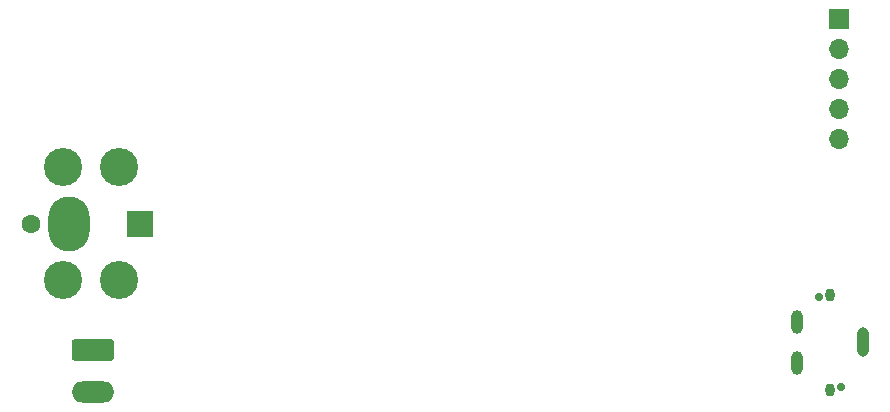
<source format=gbr>
%TF.GenerationSoftware,KiCad,Pcbnew,9.0.0*%
%TF.CreationDate,2025-06-04T14:10:33+02:00*%
%TF.ProjectId,usb_c_pd_source,7573625f-635f-4706-945f-736f75726365,rev?*%
%TF.SameCoordinates,Original*%
%TF.FileFunction,Soldermask,Bot*%
%TF.FilePolarity,Negative*%
%FSLAX46Y46*%
G04 Gerber Fmt 4.6, Leading zero omitted, Abs format (unit mm)*
G04 Created by KiCad (PCBNEW 9.0.0) date 2025-06-04 14:10:33*
%MOMM*%
%LPD*%
G01*
G04 APERTURE LIST*
G04 Aperture macros list*
%AMRoundRect*
0 Rectangle with rounded corners*
0 $1 Rounding radius*
0 $2 $3 $4 $5 $6 $7 $8 $9 X,Y pos of 4 corners*
0 Add a 4 corners polygon primitive as box body*
4,1,4,$2,$3,$4,$5,$6,$7,$8,$9,$2,$3,0*
0 Add four circle primitives for the rounded corners*
1,1,$1+$1,$2,$3*
1,1,$1+$1,$4,$5*
1,1,$1+$1,$6,$7*
1,1,$1+$1,$8,$9*
0 Add four rect primitives between the rounded corners*
20,1,$1+$1,$2,$3,$4,$5,0*
20,1,$1+$1,$4,$5,$6,$7,0*
20,1,$1+$1,$6,$7,$8,$9,0*
20,1,$1+$1,$8,$9,$2,$3,0*%
G04 Aperture macros list end*
%ADD10RoundRect,0.250000X-1.550000X0.650000X-1.550000X-0.650000X1.550000X-0.650000X1.550000X0.650000X0*%
%ADD11O,3.600000X1.800000*%
%ADD12C,1.600000*%
%ADD13R,2.250000X2.250000*%
%ADD14C,3.225000*%
%ADD15O,3.500000X4.650000*%
%ADD16R,1.700000X1.700000*%
%ADD17O,1.700000X1.700000*%
%ADD18C,0.700000*%
%ADD19O,0.800000X1.100000*%
%ADD20O,1.000000X2.000000*%
%ADD21O,1.000000X2.500000*%
G04 APERTURE END LIST*
D10*
%TO.C,J2*%
X73500000Y-139505000D03*
D11*
X73500000Y-143005000D03*
%TD*%
D12*
%TO.C,J1*%
X68200000Y-128800000D03*
D13*
X77450000Y-128800000D03*
D14*
X75650000Y-124000000D03*
X70950000Y-124000000D03*
D15*
X71450000Y-128800000D03*
D14*
X75650000Y-133600000D03*
X70950000Y-133600000D03*
%TD*%
D16*
%TO.C,J3*%
X136600000Y-111480000D03*
D17*
X136600000Y-114020000D03*
X136600000Y-116560000D03*
X136600000Y-119100000D03*
X136600000Y-121640000D03*
%TD*%
D18*
%TO.C,J4*%
X136825000Y-142660000D03*
X134925000Y-135040000D03*
D19*
X135875000Y-142860000D03*
D20*
X133075000Y-140600000D03*
D21*
X138675000Y-138850000D03*
D20*
X133075000Y-137100000D03*
D19*
X135875000Y-134840000D03*
%TD*%
M02*

</source>
